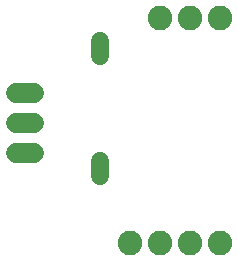
<source format=gbr>
G04 EAGLE Gerber RS-274X export*
G75*
%MOMM*%
%FSLAX34Y34*%
%LPD*%
%INSoldermask Bottom*%
%IPPOS*%
%AMOC8*
5,1,8,0,0,1.08239X$1,22.5*%
G01*
%ADD10C,1.524000*%
%ADD11C,2.082800*%
%ADD12C,1.727200*%


D10*
X114300Y209804D02*
X114300Y196596D01*
X114300Y108204D02*
X114300Y94996D01*
D11*
X165100Y228600D03*
X190500Y228600D03*
X215900Y228600D03*
X215900Y38100D03*
X190500Y38100D03*
X165100Y38100D03*
X139700Y38100D03*
D12*
X58420Y114300D02*
X43180Y114300D01*
X43180Y139700D02*
X58420Y139700D01*
X58420Y165100D02*
X43180Y165100D01*
M02*

</source>
